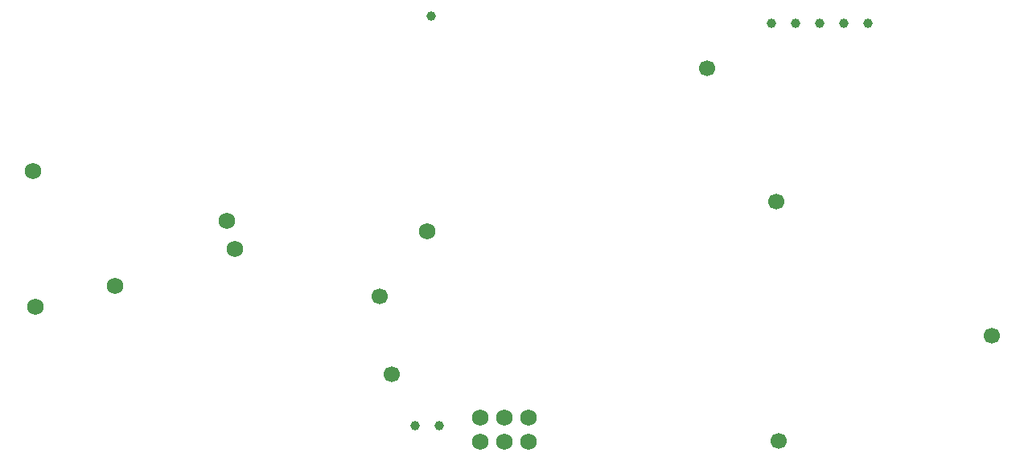
<source format=gbr>
%TF.GenerationSoftware,KiCad,Pcbnew,9.0.7*%
%TF.CreationDate,2026-02-04T15:52:09+00:00*%
%TF.ProjectId,FED3 tester 1st production aux,46454433-2074-4657-9374-657220317374,rev?*%
%TF.SameCoordinates,PX6146580PY6dc4960*%
%TF.FileFunction,Plated,1,4,PTH,Drill*%
%TF.FilePolarity,Positive*%
%FSLAX46Y46*%
G04 Gerber Fmt 4.6, Leading zero omitted, Abs format (unit mm)*
G04 Created by KiCad (PCBNEW 9.0.7) date 2026-02-04 15:52:09*
%MOMM*%
%LPD*%
G01*
G04 APERTURE LIST*
%TA.AperFunction,ComponentDrill*%
%ADD10C,1.000000*%
%TD*%
%TA.AperFunction,ComponentDrill*%
%ADD11C,1.700000*%
%TD*%
%TA.AperFunction,ComponentDrill*%
%ADD12C,1.750000*%
%TD*%
G04 APERTURE END LIST*
D10*
%TO.C,J7*%
X36951100Y35653600D03*
%TO.C,TP1*%
X38651100Y78850000D03*
%TO.C,J7*%
X39491100Y35653600D03*
%TO.C,J4*%
X74480000Y78075000D03*
X77020000Y78075000D03*
X79560000Y78075000D03*
X82100000Y78075000D03*
X84640000Y78075000D03*
D11*
%TO.C,TP12*%
X33251100Y49278600D03*
%TO.C,TP6*%
X34526100Y41053600D03*
%TO.C,TP5*%
X67701100Y73328600D03*
%TO.C,TP8*%
X75001100Y59253600D03*
%TO.C,TP2*%
X75201100Y34028600D03*
%TO.C,TP7*%
X97701100Y45153600D03*
D12*
%TO.C,TP10*%
X-3273900Y62503600D03*
%TO.C,TP9*%
X-2998900Y48153600D03*
%TO.C,TP4*%
X5351100Y50403600D03*
%TO.C,TP3*%
X17201100Y57228600D03*
%TO.C,TP11*%
X17976100Y54278600D03*
%TO.C,TP13*%
X38276100Y56103600D03*
%TO.C,J2*%
X43839050Y36483857D03*
X43839050Y33943857D03*
X46379050Y36483857D03*
X46379050Y33943857D03*
X48919050Y36483857D03*
X48919050Y33943857D03*
M02*

</source>
